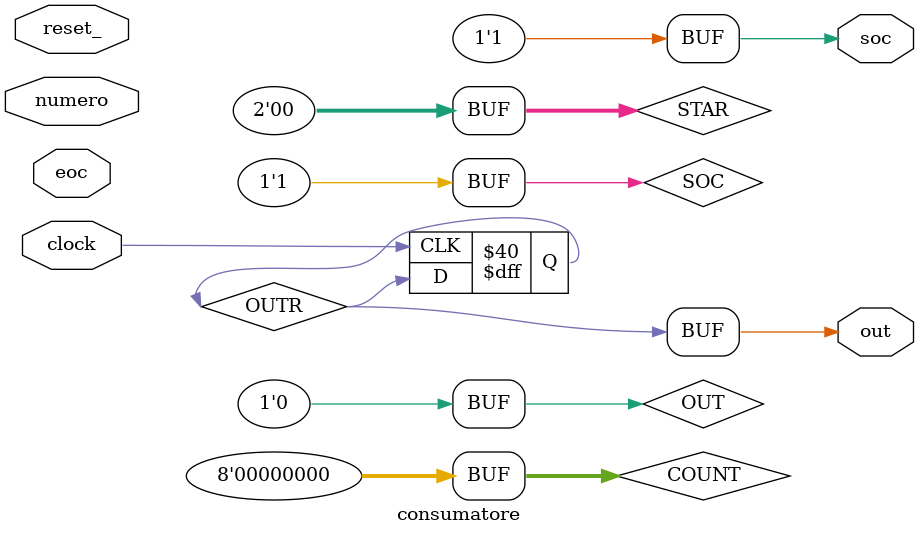
<source format=v>


module consumatore (
    reset_, clock,
    eoc, numero,
    soc, out 
);
    input reset_, clock;
    input eoc;             // al reset a 1 per ipotesi
    input [7:0] numero;
    output soc, out;

    reg SOC; assign soc = SOC; 
    reg [7:0] COUNT;
    reg OUTR; assign out = OUTR;

    reg[1:0] STAR; parameter S0=0, S1=1, S2=2;
    
    always @(reset_==0) #1
        begin
            STAR <= S0;
            COUNT <= 0;
            SOC <= 1;       // siamo disposti ad accettare un nuovo dato
            OUT <= 0;
        end
    always @(posedge clock) if(reset_==1) #3
        casex(STAR)
            S0:
                begin
                    OUT <= 0;
                    STAR <= (eoc==0)? S1 : S0;
                    SOC <= 1;
                end
            S1:
                begin
                    SOC <= 0;
                    COUNT <= numero;
                    STAR <= (eoc==1)? S2 : S1;
                end
            S2:
                begin
                    OUTR <= 1;
                    COUNT <= COUNT - 1;
                    STAR <= (COUNT==1)? S0 : S2;
                end
        endcase
endmodule
</source>
